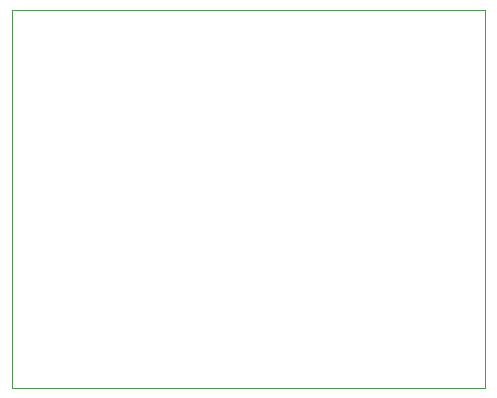
<source format=gm1>
%TF.GenerationSoftware,KiCad,Pcbnew,7.0.10*%
%TF.CreationDate,2024-03-16T13:48:46+09:00*%
%TF.ProjectId,damecan,64616d65-6361-46e2-9e6b-696361645f70,rev?*%
%TF.SameCoordinates,Original*%
%TF.FileFunction,Profile,NP*%
%FSLAX46Y46*%
G04 Gerber Fmt 4.6, Leading zero omitted, Abs format (unit mm)*
G04 Created by KiCad (PCBNEW 7.0.10) date 2024-03-16 13:48:46*
%MOMM*%
%LPD*%
G01*
G04 APERTURE LIST*
%TA.AperFunction,Profile*%
%ADD10C,0.100000*%
%TD*%
G04 APERTURE END LIST*
D10*
X155900000Y-67900000D02*
X195900000Y-67900000D01*
X195900000Y-99900000D01*
X155900000Y-99900000D01*
X155900000Y-67900000D01*
M02*

</source>
